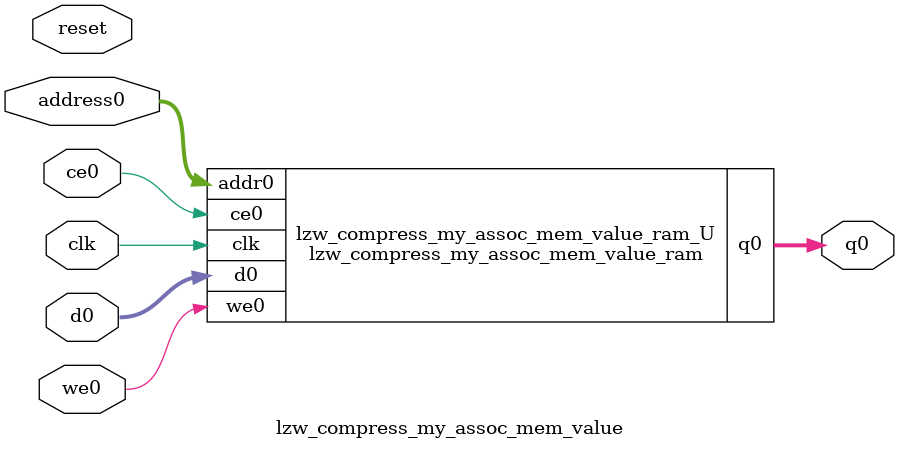
<source format=v>
`timescale 1 ns / 1 ps
module lzw_compress_my_assoc_mem_value_ram (addr0, ce0, d0, we0, q0,  clk);

parameter DWIDTH = 12;
parameter AWIDTH = 6;
parameter MEM_SIZE = 64;

input[AWIDTH-1:0] addr0;
input ce0;
input[DWIDTH-1:0] d0;
input we0;
output reg[DWIDTH-1:0] q0;
input clk;

reg [DWIDTH-1:0] ram[0:MEM_SIZE-1];




always @(posedge clk)  
begin 
    if (ce0) begin
        if (we0) 
            ram[addr0] <= d0; 
        q0 <= ram[addr0];
    end
end


endmodule

`timescale 1 ns / 1 ps
module lzw_compress_my_assoc_mem_value(
    reset,
    clk,
    address0,
    ce0,
    we0,
    d0,
    q0);

parameter DataWidth = 32'd12;
parameter AddressRange = 32'd64;
parameter AddressWidth = 32'd6;
input reset;
input clk;
input[AddressWidth - 1:0] address0;
input ce0;
input we0;
input[DataWidth - 1:0] d0;
output[DataWidth - 1:0] q0;



lzw_compress_my_assoc_mem_value_ram lzw_compress_my_assoc_mem_value_ram_U(
    .clk( clk ),
    .addr0( address0 ),
    .ce0( ce0 ),
    .we0( we0 ),
    .d0( d0 ),
    .q0( q0 ));

endmodule


</source>
